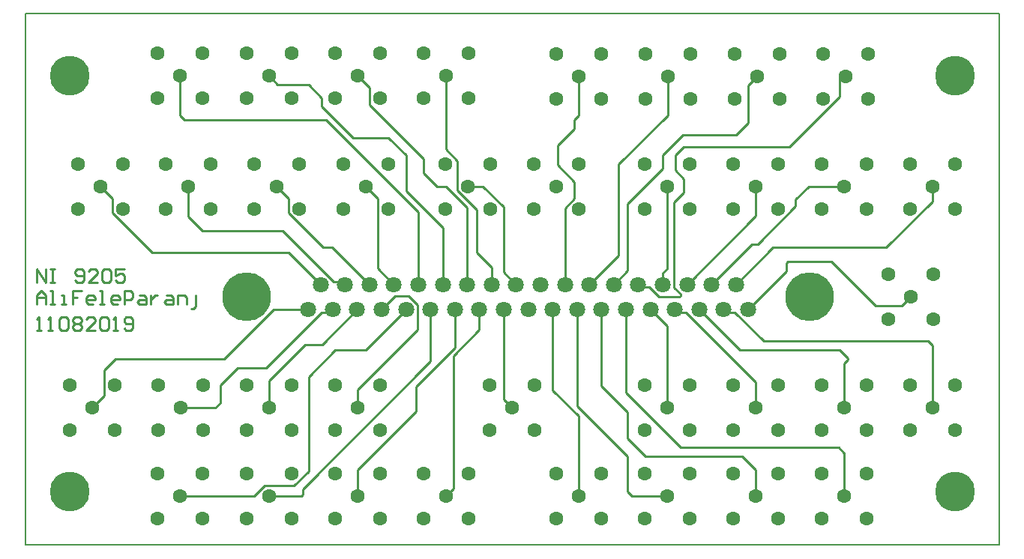
<source format=gtl>
G04*
G04 #@! TF.GenerationSoftware,Altium Limited,Altium Designer,19.1.5 (86)*
G04*
G04 Layer_Physical_Order=1*
G04 Layer_Color=255*
%FSLAX25Y25*%
%MOIN*%
G70*
G01*
G75*
%ADD10C,0.00787*%
%ADD11C,0.01000*%
%ADD16C,0.06299*%
%ADD17C,0.17717*%
%ADD18C,0.07087*%
%ADD19C,0.21654*%
D10*
X216535Y421260D02*
X649606D01*
X216535Y185039D02*
Y421260D01*
Y185039D02*
X649606D01*
Y366142D02*
Y421260D01*
Y185039D02*
Y248032D01*
Y366142D01*
D11*
X578740Y384527D02*
Y393543D01*
X532677Y367323D02*
X538115Y372761D01*
X509055Y367323D02*
X532677D01*
X500000Y358268D02*
X509055Y367323D01*
X505118Y299439D02*
X507868Y296690D01*
X509417Y341701D02*
Y347669D01*
X505118Y337402D02*
X509417Y341701D01*
X505118Y299439D02*
Y337402D01*
X505512Y358268D02*
X509417Y362173D01*
X505512Y351575D02*
Y358268D01*
Y351575D02*
X509417Y347669D01*
Y362173D02*
X556387D01*
X500000Y352362D02*
Y358268D01*
X484252Y336614D02*
X500000Y352362D01*
X484252Y306914D02*
Y336614D01*
X460630Y370079D02*
Y374016D01*
X453170Y362619D02*
X460630Y370079D01*
X453170Y353917D02*
Y362619D01*
X301024Y245906D02*
X303150Y248031D01*
Y255906D01*
X285591Y245906D02*
X301024D01*
X251571Y262796D02*
X256491Y267717D01*
X251571Y251256D02*
Y262796D01*
X246220Y245906D02*
X251571Y251256D01*
X256491Y267717D02*
X304834D01*
X326793Y289676D01*
X342359D01*
X303150Y255906D02*
X311024Y263779D01*
X323595D01*
X348327Y288511D01*
X352062D01*
X353226Y289676D01*
X348594Y274177D02*
X364093Y289676D01*
X324961Y245906D02*
Y258032D01*
X341106Y274177D01*
X348594D01*
X336028Y211343D02*
X342520Y217834D01*
X322877Y211343D02*
X336028D01*
X318228Y206693D02*
X322877Y211343D01*
X285433Y206693D02*
X318228D01*
X342520Y217834D02*
Y259842D01*
X354331Y271654D01*
X367805D01*
X385827Y289676D01*
X364331Y245906D02*
Y254094D01*
X390870Y280634D01*
Y291765D01*
X386803Y295832D02*
X390870Y291765D01*
X381117Y295832D02*
X386803D01*
X374960Y289676D02*
X381117Y295832D01*
X324803Y206693D02*
X339217D01*
X339803Y207279D01*
Y209882D01*
X396694Y266773D01*
Y289676D01*
X364173Y206693D02*
Y218504D01*
X390206Y244537D01*
Y255239D01*
X407561Y272594D01*
Y289676D01*
X407003Y210153D02*
Y269208D01*
X403543Y206693D02*
X407003Y210153D01*
Y269208D02*
X418428Y280633D01*
Y289676D01*
X429295Y249839D02*
X433071Y246063D01*
X429295Y249839D02*
Y289676D01*
X462598Y206693D02*
Y242293D01*
X451029Y253862D02*
X462598Y242293D01*
X451029Y253862D02*
Y289676D01*
X486220Y206693D02*
X501968D01*
X484252Y208661D02*
X486220Y206693D01*
X484252Y208661D02*
Y224409D01*
X461896Y246765D02*
X484252Y224409D01*
X461896Y246765D02*
Y289676D01*
X541339Y206693D02*
Y218504D01*
X535433Y224410D02*
X541339Y218504D01*
X492126Y224410D02*
X535433D01*
X484252Y232283D02*
X492126Y224410D01*
X484252Y232283D02*
Y244094D01*
X483630Y252590D02*
X507874Y228346D01*
X578154D01*
X483630Y252590D02*
Y289676D01*
X472763Y255583D02*
X484252Y244094D01*
X472763Y255583D02*
Y289676D01*
X578154Y228346D02*
X580709Y225792D01*
Y206693D02*
Y225792D01*
X501811Y245906D02*
Y282362D01*
X494497Y289676D02*
X501811Y282362D01*
X541181Y245906D02*
Y257506D01*
X510176Y288511D02*
X541181Y257506D01*
X506529Y288511D02*
X510176D01*
X505364Y289676D02*
X506529Y288511D01*
X580551Y245906D02*
Y265590D01*
X582263Y267302D01*
Y268131D01*
X578740Y271654D02*
X582263Y268131D01*
X534253Y271654D02*
X578740D01*
X516231Y289676D02*
X534253Y271654D01*
X619921Y245906D02*
Y273780D01*
X618110Y275590D02*
X619921Y273780D01*
X544918Y275590D02*
X618110D01*
X531997Y288511D02*
X544918Y275590D01*
X528263Y288511D02*
X531997D01*
X527098Y289676D02*
X528263Y288511D01*
X594488Y291339D02*
X606299D01*
X610236Y295276D01*
X574803Y311024D02*
X594488Y291339D01*
X555704Y311024D02*
X574803D01*
X555118Y310438D02*
X555704Y311024D01*
X555118Y306828D02*
Y310438D01*
X537965Y289676D02*
X555118Y306828D01*
X619921Y337755D02*
Y344331D01*
X599389Y317223D02*
X619921Y337755D01*
X548895Y317223D02*
X599389D01*
X532548Y300876D02*
X548895Y317223D01*
X559055Y335629D02*
Y338583D01*
X542261Y318835D02*
X559055Y335629D01*
X539640Y318835D02*
X542261D01*
X521681Y300876D02*
X539640Y318835D01*
X559055Y338583D02*
X564803Y344331D01*
X580551D01*
X510814Y300876D02*
X541181Y331242D01*
Y344331D01*
X499947Y305919D02*
X501811Y307783D01*
Y344331D01*
X501811Y344331D01*
X499947Y300876D02*
Y305919D01*
X501811Y344331D02*
X501811Y344331D01*
X501811Y344331D02*
X501811D01*
X578740Y393543D02*
X581181D01*
X556387Y362173D02*
X578740Y384527D01*
X507868Y295861D02*
Y296690D01*
X507282Y295276D02*
X507868Y295861D01*
X498415Y295276D02*
X507282D01*
X493980Y299711D02*
X498415Y295276D01*
X490245Y299711D02*
X493980D01*
X489080Y300876D02*
X490245Y299711D01*
X478213Y300876D02*
X484252Y306914D01*
X538115Y372761D02*
Y389532D01*
X541811Y393228D01*
X467346Y300876D02*
X480315Y313844D01*
Y354331D01*
X502126Y376142D01*
Y393228D01*
X460630Y338938D02*
Y346457D01*
X456479Y334787D02*
X460630Y338938D01*
X456479Y300876D02*
Y334787D01*
X453170Y353917D02*
X460630Y346457D01*
Y374016D02*
X462756Y376142D01*
Y393543D01*
X429134Y306487D02*
X434745Y300876D01*
X429134Y306487D02*
Y335316D01*
X419961Y344488D02*
X429134Y335316D01*
X413386Y344488D02*
X419961D01*
X423878Y300876D02*
Y308405D01*
X417323Y314961D02*
X423878Y308405D01*
X417323Y314961D02*
Y333976D01*
X408736Y342562D02*
X417323Y333976D01*
X408736Y342562D02*
Y355713D01*
X403543Y360906D02*
X408736Y355713D01*
X403543Y360906D02*
Y393701D01*
X413011Y300876D02*
Y335020D01*
X403543Y344488D02*
X413011Y335020D01*
X399606Y344488D02*
X403543D01*
X393701Y350394D02*
X399606Y344488D01*
X393701Y350394D02*
Y356567D01*
X369524Y380744D02*
X393701Y356567D01*
X369524Y380744D02*
Y388350D01*
X364173Y393701D02*
X369524Y388350D01*
X402144Y300876D02*
Y326202D01*
X385827Y342520D02*
X402144Y326202D01*
X385827Y342520D02*
Y358268D01*
X377953Y366142D02*
X385827Y358268D01*
X362205Y366142D02*
X377953D01*
X348425Y379921D02*
X362205Y366142D01*
X348425Y379921D02*
Y383858D01*
X342520Y389764D02*
X348425Y383858D01*
X328740Y389764D02*
X342520D01*
X324803Y393701D02*
X328740Y389764D01*
X391277Y300876D02*
Y333132D01*
X350394Y374016D02*
X391277Y333132D01*
X287402Y374016D02*
X350394D01*
X285433Y375984D02*
X287402Y374016D01*
X285433Y375984D02*
Y393701D01*
X333776Y332562D02*
Y339138D01*
X328425Y344488D02*
X333776Y339138D01*
X373146Y308140D02*
X380410Y300876D01*
X373146Y308140D02*
Y339138D01*
X367795Y344488D02*
X373146Y339138D01*
X353118Y317301D02*
X369543Y300876D01*
X349037Y317301D02*
X353118D01*
X333776Y332562D02*
X349037Y317301D01*
X295276Y324803D02*
X331014D01*
X353777Y302040D01*
X357512D01*
X358676Y300876D01*
X289055Y331024D02*
X295276Y324803D01*
X289055Y331024D02*
Y344488D01*
X333724Y314961D02*
X347809Y300876D01*
X272952Y314961D02*
X333724D01*
X255350Y332562D02*
X272952Y314961D01*
X255350Y332562D02*
Y339138D01*
X250000Y344488D02*
X255350Y339138D01*
X221472Y301722D02*
Y307720D01*
X225471Y301722D01*
Y307720D01*
X227470D02*
X229470D01*
X228470D01*
Y301722D01*
X227470D01*
X229470D01*
X238467Y302722D02*
X239467Y301722D01*
X241466D01*
X242466Y302722D01*
Y306721D01*
X241466Y307720D01*
X239467D01*
X238467Y306721D01*
Y305721D01*
X239467Y304721D01*
X242466D01*
X248464Y301722D02*
X244465D01*
X248464Y305721D01*
Y306721D01*
X247464Y307720D01*
X245465D01*
X244465Y306721D01*
X250463D02*
X251463Y307720D01*
X253462D01*
X254462Y306721D01*
Y302722D01*
X253462Y301722D01*
X251463D01*
X250463Y302722D01*
Y306721D01*
X260460Y307720D02*
X256461D01*
Y304721D01*
X258460Y305721D01*
X259460D01*
X260460Y304721D01*
Y302722D01*
X259460Y301722D01*
X257461D01*
X256461Y302722D01*
X221472Y292125D02*
Y296123D01*
X223472Y298123D01*
X225471Y296123D01*
Y292125D01*
Y295124D01*
X221472D01*
X227470Y292125D02*
X229470D01*
X228470D01*
Y298123D01*
X227470D01*
X232469Y292125D02*
X234468D01*
X233469D01*
Y296123D01*
X232469D01*
X241466Y298123D02*
X237467D01*
Y295124D01*
X239467D01*
X237467D01*
Y292125D01*
X246464D02*
X244465D01*
X243465Y293124D01*
Y295124D01*
X244465Y296123D01*
X246464D01*
X247464Y295124D01*
Y294124D01*
X243465D01*
X249463Y292125D02*
X251463D01*
X250463D01*
Y298123D01*
X249463D01*
X257461Y292125D02*
X255461D01*
X254462Y293124D01*
Y295124D01*
X255461Y296123D01*
X257461D01*
X258460Y295124D01*
Y294124D01*
X254462D01*
X260460Y292125D02*
Y298123D01*
X263459D01*
X264458Y297123D01*
Y295124D01*
X263459Y294124D01*
X260460D01*
X267458Y296123D02*
X269457D01*
X270457Y295124D01*
Y292125D01*
X267458D01*
X266458Y293124D01*
X267458Y294124D01*
X270457D01*
X272456Y296123D02*
Y292125D01*
Y294124D01*
X273456Y295124D01*
X274455Y296123D01*
X275455D01*
X279454D02*
X281453D01*
X282453Y295124D01*
Y292125D01*
X279454D01*
X278454Y293124D01*
X279454Y294124D01*
X282453D01*
X284452Y292125D02*
Y296123D01*
X287451D01*
X288451Y295124D01*
Y292125D01*
X290450Y290125D02*
X291450D01*
X292449Y291125D01*
Y296123D01*
X221472Y280528D02*
X223472D01*
X222472D01*
Y286526D01*
X221472Y285526D01*
X226471Y280528D02*
X228470D01*
X227470D01*
Y286526D01*
X226471Y285526D01*
X231469D02*
X232469Y286526D01*
X234468D01*
X235468Y285526D01*
Y281527D01*
X234468Y280528D01*
X232469D01*
X231469Y281527D01*
Y285526D01*
X237467D02*
X238467Y286526D01*
X240466D01*
X241466Y285526D01*
Y284526D01*
X240466Y283527D01*
X241466Y282527D01*
Y281527D01*
X240466Y280528D01*
X238467D01*
X237467Y281527D01*
Y282527D01*
X238467Y283527D01*
X237467Y284526D01*
Y285526D01*
X238467Y283527D02*
X240466D01*
X247464Y280528D02*
X243465D01*
X247464Y284526D01*
Y285526D01*
X246464Y286526D01*
X244465D01*
X243465Y285526D01*
X249463D02*
X250463Y286526D01*
X252462D01*
X253462Y285526D01*
Y281527D01*
X252462Y280528D01*
X250463D01*
X249463Y281527D01*
Y285526D01*
X255461Y280528D02*
X257461D01*
X256461D01*
Y286526D01*
X255461Y285526D01*
X260460Y281527D02*
X261459Y280528D01*
X263459D01*
X264458Y281527D01*
Y285526D01*
X263459Y286526D01*
X261459D01*
X260460Y285526D01*
Y284526D01*
X261459Y283527D01*
X264458D01*
D16*
X581181Y393543D02*
D03*
X571181Y403543D02*
D03*
Y383543D02*
D03*
X591181D02*
D03*
Y403543D02*
D03*
X580709Y206693D02*
D03*
X570709Y216693D02*
D03*
Y196693D02*
D03*
X590709D02*
D03*
Y216693D02*
D03*
X541339Y206693D02*
D03*
X531339Y216693D02*
D03*
Y196693D02*
D03*
X551339D02*
D03*
Y216693D02*
D03*
X501968Y206693D02*
D03*
X491968Y216693D02*
D03*
Y196693D02*
D03*
X511968D02*
D03*
Y216693D02*
D03*
X462598Y206693D02*
D03*
X452598Y216693D02*
D03*
Y196693D02*
D03*
X472598D02*
D03*
Y216693D02*
D03*
X403543Y206693D02*
D03*
X393543Y216693D02*
D03*
Y196693D02*
D03*
X413543D02*
D03*
Y216693D02*
D03*
X364173Y206693D02*
D03*
X354173Y216693D02*
D03*
Y196693D02*
D03*
X374173D02*
D03*
Y216693D02*
D03*
X324803Y206693D02*
D03*
X314803Y216693D02*
D03*
Y196693D02*
D03*
X334803D02*
D03*
Y216693D02*
D03*
X285433Y206693D02*
D03*
X275433Y216693D02*
D03*
Y196693D02*
D03*
X295433D02*
D03*
Y216693D02*
D03*
X403543Y393701D02*
D03*
X393543Y403701D02*
D03*
Y383701D02*
D03*
X413543D02*
D03*
Y403701D02*
D03*
X364173Y393701D02*
D03*
X354173Y403701D02*
D03*
Y383701D02*
D03*
X374173D02*
D03*
Y403701D02*
D03*
X374331Y255906D02*
D03*
Y235906D02*
D03*
X354331D02*
D03*
Y255906D02*
D03*
X364331Y245906D02*
D03*
X334961Y255906D02*
D03*
Y235906D02*
D03*
X314961D02*
D03*
Y255906D02*
D03*
X324961Y245906D02*
D03*
X295591Y255906D02*
D03*
Y235906D02*
D03*
X275591D02*
D03*
Y255906D02*
D03*
X285591Y245906D02*
D03*
X256220Y255906D02*
D03*
Y235906D02*
D03*
X236220D02*
D03*
Y255906D02*
D03*
X246220Y245906D02*
D03*
X377795Y354488D02*
D03*
Y334488D02*
D03*
X357795D02*
D03*
Y354488D02*
D03*
X367795Y344488D02*
D03*
X338425Y354488D02*
D03*
Y334488D02*
D03*
X318425D02*
D03*
Y354488D02*
D03*
X328425Y344488D02*
D03*
X299055Y354488D02*
D03*
Y334488D02*
D03*
X279055D02*
D03*
Y354488D02*
D03*
X289055Y344488D02*
D03*
X260000Y354488D02*
D03*
Y334488D02*
D03*
X240000D02*
D03*
Y354488D02*
D03*
X250000Y344488D02*
D03*
X334803Y403701D02*
D03*
Y383701D02*
D03*
X314803D02*
D03*
Y403701D02*
D03*
X324803Y393701D02*
D03*
X295433Y403701D02*
D03*
Y383701D02*
D03*
X275433D02*
D03*
Y403701D02*
D03*
X285433Y393701D02*
D03*
X629921Y255906D02*
D03*
Y235906D02*
D03*
X609921D02*
D03*
Y255906D02*
D03*
X619921Y245906D02*
D03*
X590551Y255906D02*
D03*
Y235906D02*
D03*
X570551D02*
D03*
Y255906D02*
D03*
X580551Y245906D02*
D03*
X551181Y255906D02*
D03*
Y235906D02*
D03*
X531181D02*
D03*
Y255906D02*
D03*
X541181Y245906D02*
D03*
X511811Y255906D02*
D03*
Y235906D02*
D03*
X491811D02*
D03*
Y255906D02*
D03*
X501811Y245906D02*
D03*
X551811Y403228D02*
D03*
Y383228D02*
D03*
X531811D02*
D03*
Y403228D02*
D03*
X541811Y393228D02*
D03*
X512126Y403228D02*
D03*
Y383228D02*
D03*
X492126D02*
D03*
Y403228D02*
D03*
X502126Y393228D02*
D03*
X472756Y403543D02*
D03*
Y383543D02*
D03*
X452756D02*
D03*
Y403543D02*
D03*
X462756Y393543D02*
D03*
X629921Y354331D02*
D03*
Y334331D02*
D03*
X609921D02*
D03*
Y354331D02*
D03*
X619921Y344331D02*
D03*
X590551Y354331D02*
D03*
Y334331D02*
D03*
X570551D02*
D03*
Y354331D02*
D03*
X580551Y344331D02*
D03*
X551181Y354331D02*
D03*
Y334331D02*
D03*
X531181D02*
D03*
Y354331D02*
D03*
X541181Y344331D02*
D03*
X511811Y354331D02*
D03*
Y334331D02*
D03*
X491811D02*
D03*
Y354331D02*
D03*
X501811Y344331D02*
D03*
X620236Y305276D02*
D03*
Y285276D02*
D03*
X600236D02*
D03*
Y305276D02*
D03*
X610236Y295276D02*
D03*
X443071Y256063D02*
D03*
Y236063D02*
D03*
X423071D02*
D03*
Y256063D02*
D03*
X433071Y246063D02*
D03*
X423386Y354488D02*
D03*
Y334488D02*
D03*
X403386D02*
D03*
Y354488D02*
D03*
X413386Y344488D02*
D03*
X462756Y354488D02*
D03*
Y334488D02*
D03*
X442756D02*
D03*
Y354488D02*
D03*
X452756Y344488D02*
D03*
D17*
X236220Y208661D02*
D03*
Y393701D02*
D03*
X629921Y208661D02*
D03*
Y393701D02*
D03*
D18*
X499947Y300876D02*
D03*
X489080D02*
D03*
X478213D02*
D03*
X467346D02*
D03*
X456479D02*
D03*
X445612D02*
D03*
X434745D02*
D03*
X423878D02*
D03*
X413011D02*
D03*
X402144D02*
D03*
X391277D02*
D03*
X380410D02*
D03*
X505364Y289676D02*
D03*
X494497D02*
D03*
X483630D02*
D03*
X472763D02*
D03*
X461896D02*
D03*
X451029D02*
D03*
X440162D02*
D03*
X429295D02*
D03*
X418428D02*
D03*
X407561D02*
D03*
X396694D02*
D03*
X385827D02*
D03*
X374960D02*
D03*
X516231D02*
D03*
X527098D02*
D03*
X537965D02*
D03*
X510814Y300876D02*
D03*
X521681D02*
D03*
X532548D02*
D03*
X342359Y289676D02*
D03*
X353226D02*
D03*
X364093D02*
D03*
X347809Y300876D02*
D03*
X358676D02*
D03*
X369543D02*
D03*
D19*
X314961Y295276D02*
D03*
X565360D02*
D03*
M02*

</source>
